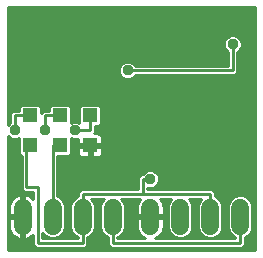
<source format=gbl>
G75*
%MOIN*%
%OFA0B0*%
%FSLAX25Y25*%
%IPPOS*%
%LPD*%
%AMOC8*
5,1,8,0,0,1.08239X$1,22.5*
%
%ADD10C,0.06000*%
%ADD11R,0.05000X0.05000*%
%ADD12C,0.01000*%
%ADD13C,0.03762*%
D10*
X0007894Y0018106D02*
X0007894Y0024106D01*
X0017894Y0024106D02*
X0017894Y0018106D01*
X0027894Y0018106D02*
X0027894Y0024106D01*
X0037894Y0024106D02*
X0037894Y0018106D01*
X0050394Y0018106D02*
X0050394Y0024106D01*
X0060394Y0024106D02*
X0060394Y0018106D01*
X0070394Y0018106D02*
X0070394Y0024106D01*
X0080394Y0024106D02*
X0080394Y0018106D01*
D11*
X0030394Y0044856D03*
X0020394Y0044856D03*
X0010394Y0044856D03*
X0010394Y0054856D03*
X0020394Y0054856D03*
X0030394Y0054856D03*
D12*
X0002944Y0048090D02*
X0002944Y0009906D01*
X0085344Y0009906D01*
X0085344Y0091017D01*
X0002944Y0091017D01*
X0002944Y0051622D01*
X0003705Y0052383D01*
X0003794Y0052420D01*
X0003794Y0055519D01*
X0004731Y0056456D01*
X0006794Y0056456D01*
X0006794Y0057812D01*
X0007438Y0058456D01*
X0013350Y0058456D01*
X0013994Y0057812D01*
X0013994Y0055719D01*
X0014731Y0056456D01*
X0016794Y0056456D01*
X0016794Y0057812D01*
X0017438Y0058456D01*
X0023350Y0058456D01*
X0023994Y0057812D01*
X0023994Y0052503D01*
X0024801Y0052837D01*
X0025987Y0052837D01*
X0026794Y0052503D01*
X0026794Y0057812D01*
X0027438Y0058456D01*
X0033350Y0058456D01*
X0033994Y0057812D01*
X0033994Y0051900D01*
X0033350Y0051256D01*
X0031994Y0051256D01*
X0031994Y0049193D01*
X0031657Y0048856D01*
X0033092Y0048856D01*
X0033473Y0048754D01*
X0033815Y0048556D01*
X0034094Y0048277D01*
X0034292Y0047935D01*
X0034394Y0047553D01*
X0034394Y0045356D01*
X0030894Y0045356D01*
X0030894Y0044356D01*
X0030894Y0040856D01*
X0033092Y0040856D01*
X0033473Y0040958D01*
X0033815Y0041156D01*
X0034094Y0041435D01*
X0034292Y0041777D01*
X0034394Y0042158D01*
X0034394Y0044356D01*
X0030894Y0044356D01*
X0029894Y0044356D01*
X0026394Y0044356D01*
X0026394Y0042158D01*
X0026496Y0041777D01*
X0026694Y0041435D01*
X0026973Y0041156D01*
X0027315Y0040958D01*
X0027697Y0040856D01*
X0029894Y0040856D01*
X0029894Y0044356D01*
X0029894Y0045356D01*
X0026394Y0045356D01*
X0026394Y0047043D01*
X0025987Y0046875D01*
X0024801Y0046875D01*
X0023994Y0047209D01*
X0023994Y0041900D01*
X0023350Y0041256D01*
X0019494Y0041256D01*
X0019494Y0027881D01*
X0020217Y0027582D01*
X0021370Y0026428D01*
X0021994Y0024921D01*
X0021994Y0017290D01*
X0021370Y0015783D01*
X0020217Y0014630D01*
X0018710Y0014006D01*
X0017079Y0014006D01*
X0015572Y0014630D01*
X0014494Y0015708D01*
X0014494Y0013956D01*
X0026294Y0013956D01*
X0026294Y0014331D01*
X0025572Y0014630D01*
X0024418Y0015783D01*
X0023794Y0017290D01*
X0023794Y0024921D01*
X0024418Y0026428D01*
X0025572Y0027582D01*
X0026294Y0027881D01*
X0026294Y0029269D01*
X0027231Y0030206D01*
X0046294Y0030206D01*
X0046294Y0034269D01*
X0047231Y0035206D01*
X0047830Y0035206D01*
X0047867Y0035295D01*
X0048705Y0036133D01*
X0049801Y0036587D01*
X0050987Y0036587D01*
X0052083Y0036133D01*
X0052921Y0035295D01*
X0053375Y0034199D01*
X0053375Y0033013D01*
X0052921Y0031917D01*
X0052083Y0031079D01*
X0050987Y0030625D01*
X0049801Y0030625D01*
X0049494Y0030752D01*
X0049494Y0030206D01*
X0071057Y0030206D01*
X0071994Y0029269D01*
X0071994Y0027881D01*
X0072717Y0027582D01*
X0073870Y0026428D01*
X0074494Y0024921D01*
X0074494Y0017290D01*
X0073870Y0015783D01*
X0072717Y0014630D01*
X0071210Y0014006D01*
X0069579Y0014006D01*
X0068072Y0014630D01*
X0066918Y0015783D01*
X0066294Y0017290D01*
X0066294Y0024921D01*
X0066918Y0026428D01*
X0067496Y0027006D01*
X0063292Y0027006D01*
X0063870Y0026428D01*
X0064494Y0024921D01*
X0064494Y0017290D01*
X0063870Y0015783D01*
X0062717Y0014630D01*
X0061210Y0014006D01*
X0059579Y0014006D01*
X0058072Y0014630D01*
X0056918Y0015783D01*
X0056294Y0017290D01*
X0056294Y0024921D01*
X0056918Y0026428D01*
X0057496Y0027006D01*
X0053849Y0027006D01*
X0054243Y0026464D01*
X0054564Y0025833D01*
X0054783Y0025160D01*
X0054894Y0024460D01*
X0054894Y0021606D01*
X0050894Y0021606D01*
X0050894Y0020606D01*
X0054894Y0020606D01*
X0054894Y0017752D01*
X0054783Y0017052D01*
X0054564Y0016378D01*
X0054243Y0015747D01*
X0053826Y0015174D01*
X0053326Y0014673D01*
X0052753Y0014257D01*
X0052161Y0013956D01*
X0078794Y0013956D01*
X0078794Y0014331D01*
X0078072Y0014630D01*
X0076918Y0015783D01*
X0076294Y0017290D01*
X0076294Y0024921D01*
X0076918Y0026428D01*
X0078072Y0027582D01*
X0079579Y0028206D01*
X0081210Y0028206D01*
X0082717Y0027582D01*
X0083870Y0026428D01*
X0084494Y0024921D01*
X0084494Y0017290D01*
X0083870Y0015783D01*
X0082717Y0014630D01*
X0081994Y0014331D01*
X0081994Y0011693D01*
X0081057Y0010756D01*
X0037231Y0010756D01*
X0036294Y0011693D01*
X0036294Y0014331D01*
X0035572Y0014630D01*
X0034418Y0015783D01*
X0033794Y0017290D01*
X0033794Y0024921D01*
X0034418Y0026428D01*
X0034996Y0027006D01*
X0030792Y0027006D01*
X0031370Y0026428D01*
X0031994Y0024921D01*
X0031994Y0017290D01*
X0031370Y0015783D01*
X0030217Y0014630D01*
X0029494Y0014331D01*
X0029494Y0011693D01*
X0028557Y0010756D01*
X0012231Y0010756D01*
X0011294Y0011693D01*
X0011294Y0015142D01*
X0010826Y0014673D01*
X0010253Y0014257D01*
X0009621Y0013936D01*
X0008948Y0013717D01*
X0008394Y0013629D01*
X0008394Y0020606D01*
X0007394Y0020606D01*
X0003394Y0020606D01*
X0003394Y0017752D01*
X0003505Y0017052D01*
X0003724Y0016378D01*
X0004045Y0015747D01*
X0004462Y0015174D01*
X0004963Y0014673D01*
X0005536Y0014257D01*
X0006167Y0013936D01*
X0006840Y0013717D01*
X0007394Y0013629D01*
X0007394Y0020606D01*
X0007394Y0021606D01*
X0007394Y0028583D01*
X0006840Y0028495D01*
X0006167Y0028276D01*
X0005536Y0027955D01*
X0004963Y0027538D01*
X0004462Y0027037D01*
X0004045Y0026464D01*
X0003724Y0025833D01*
X0003505Y0025160D01*
X0003394Y0024460D01*
X0003394Y0021606D01*
X0007394Y0021606D01*
X0008394Y0021606D01*
X0008394Y0028583D01*
X0008948Y0028495D01*
X0009621Y0028276D01*
X0010253Y0027955D01*
X0010826Y0027538D01*
X0011294Y0027070D01*
X0011294Y0029506D01*
X0008481Y0029506D01*
X0007544Y0030443D01*
X0007544Y0041256D01*
X0007438Y0041256D01*
X0006794Y0041900D01*
X0006794Y0047209D01*
X0005987Y0046875D01*
X0004801Y0046875D01*
X0003705Y0047329D01*
X0002944Y0048090D01*
X0002944Y0047540D02*
X0003494Y0047540D01*
X0002944Y0046542D02*
X0006794Y0046542D01*
X0006794Y0045543D02*
X0002944Y0045543D01*
X0002944Y0044545D02*
X0006794Y0044545D01*
X0006794Y0043546D02*
X0002944Y0043546D01*
X0002944Y0042548D02*
X0006794Y0042548D01*
X0007145Y0041549D02*
X0002944Y0041549D01*
X0002944Y0040551D02*
X0007544Y0040551D01*
X0007544Y0039552D02*
X0002944Y0039552D01*
X0002944Y0038554D02*
X0007544Y0038554D01*
X0007544Y0037555D02*
X0002944Y0037555D01*
X0002944Y0036557D02*
X0007544Y0036557D01*
X0007544Y0035558D02*
X0002944Y0035558D01*
X0002944Y0034560D02*
X0007544Y0034560D01*
X0007544Y0033561D02*
X0002944Y0033561D01*
X0002944Y0032563D02*
X0007544Y0032563D01*
X0007544Y0031564D02*
X0002944Y0031564D01*
X0002944Y0030566D02*
X0007544Y0030566D01*
X0008420Y0029567D02*
X0002944Y0029567D01*
X0002944Y0028569D02*
X0007305Y0028569D01*
X0007394Y0028569D02*
X0008394Y0028569D01*
X0008483Y0028569D02*
X0011294Y0028569D01*
X0011294Y0027570D02*
X0010782Y0027570D01*
X0008394Y0027570D02*
X0007394Y0027570D01*
X0007394Y0026572D02*
X0008394Y0026572D01*
X0008394Y0025573D02*
X0007394Y0025573D01*
X0007394Y0024575D02*
X0008394Y0024575D01*
X0008394Y0023576D02*
X0007394Y0023576D01*
X0007394Y0022578D02*
X0008394Y0022578D01*
X0007394Y0021579D02*
X0002944Y0021579D01*
X0002944Y0020581D02*
X0003394Y0020581D01*
X0003394Y0019582D02*
X0002944Y0019582D01*
X0002944Y0018584D02*
X0003394Y0018584D01*
X0003420Y0017585D02*
X0002944Y0017585D01*
X0002944Y0016587D02*
X0003656Y0016587D01*
X0004161Y0015588D02*
X0002944Y0015588D01*
X0002944Y0014590D02*
X0005078Y0014590D01*
X0007394Y0014590D02*
X0008394Y0014590D01*
X0008394Y0015588D02*
X0007394Y0015588D01*
X0007394Y0016587D02*
X0008394Y0016587D01*
X0008394Y0017585D02*
X0007394Y0017585D01*
X0007394Y0018584D02*
X0008394Y0018584D01*
X0008394Y0019582D02*
X0007394Y0019582D01*
X0007394Y0020581D02*
X0008394Y0020581D01*
X0003394Y0022578D02*
X0002944Y0022578D01*
X0002944Y0023576D02*
X0003394Y0023576D01*
X0003412Y0024575D02*
X0002944Y0024575D01*
X0002944Y0025573D02*
X0003639Y0025573D01*
X0004123Y0026572D02*
X0002944Y0026572D01*
X0002944Y0027570D02*
X0005006Y0027570D01*
X0009144Y0031106D02*
X0012894Y0031106D01*
X0012894Y0012356D01*
X0027894Y0012356D01*
X0027894Y0021106D01*
X0027894Y0028606D01*
X0047894Y0028606D01*
X0047894Y0033606D01*
X0050394Y0033606D01*
X0052568Y0031564D02*
X0085344Y0031564D01*
X0085344Y0030566D02*
X0049494Y0030566D01*
X0047894Y0028606D02*
X0070394Y0028606D01*
X0070394Y0021106D01*
X0066294Y0021579D02*
X0064494Y0021579D01*
X0064494Y0020581D02*
X0066294Y0020581D01*
X0066294Y0019582D02*
X0064494Y0019582D01*
X0064494Y0018584D02*
X0066294Y0018584D01*
X0066294Y0017585D02*
X0064494Y0017585D01*
X0064203Y0016587D02*
X0066586Y0016587D01*
X0067114Y0015588D02*
X0063674Y0015588D01*
X0062619Y0014590D02*
X0068170Y0014590D01*
X0072619Y0014590D02*
X0078170Y0014590D01*
X0077114Y0015588D02*
X0073674Y0015588D01*
X0074203Y0016587D02*
X0076586Y0016587D01*
X0076294Y0017585D02*
X0074494Y0017585D01*
X0074494Y0018584D02*
X0076294Y0018584D01*
X0076294Y0019582D02*
X0074494Y0019582D01*
X0074494Y0020581D02*
X0076294Y0020581D01*
X0076294Y0021579D02*
X0074494Y0021579D01*
X0074494Y0022578D02*
X0076294Y0022578D01*
X0076294Y0023576D02*
X0074494Y0023576D01*
X0074494Y0024575D02*
X0076294Y0024575D01*
X0076564Y0025573D02*
X0074224Y0025573D01*
X0073727Y0026572D02*
X0077062Y0026572D01*
X0078060Y0027570D02*
X0072728Y0027570D01*
X0071994Y0028569D02*
X0085344Y0028569D01*
X0085344Y0029567D02*
X0071696Y0029567D01*
X0067062Y0026572D02*
X0063727Y0026572D01*
X0064224Y0025573D02*
X0066564Y0025573D01*
X0066294Y0024575D02*
X0064494Y0024575D01*
X0064494Y0023576D02*
X0066294Y0023576D01*
X0066294Y0022578D02*
X0064494Y0022578D01*
X0057062Y0026572D02*
X0054165Y0026572D01*
X0054649Y0025573D02*
X0056564Y0025573D01*
X0056294Y0024575D02*
X0054876Y0024575D01*
X0054894Y0023576D02*
X0056294Y0023576D01*
X0056294Y0022578D02*
X0054894Y0022578D01*
X0056294Y0021579D02*
X0050894Y0021579D01*
X0049894Y0021579D02*
X0041994Y0021579D01*
X0041994Y0020581D02*
X0045894Y0020581D01*
X0045894Y0020606D02*
X0045894Y0017752D01*
X0046005Y0017052D01*
X0046224Y0016378D01*
X0046545Y0015747D01*
X0046962Y0015174D01*
X0047463Y0014673D01*
X0048036Y0014257D01*
X0048627Y0013956D01*
X0039494Y0013956D01*
X0039494Y0014331D01*
X0040217Y0014630D01*
X0041370Y0015783D01*
X0041994Y0017290D01*
X0041994Y0024921D01*
X0041370Y0026428D01*
X0040792Y0027006D01*
X0046939Y0027006D01*
X0046545Y0026464D01*
X0046224Y0025833D01*
X0046005Y0025160D01*
X0045894Y0024460D01*
X0045894Y0021606D01*
X0049894Y0021606D01*
X0049894Y0020606D01*
X0045894Y0020606D01*
X0045894Y0019582D02*
X0041994Y0019582D01*
X0041994Y0018584D02*
X0045894Y0018584D01*
X0045920Y0017585D02*
X0041994Y0017585D01*
X0041703Y0016587D02*
X0046156Y0016587D01*
X0046661Y0015588D02*
X0041174Y0015588D01*
X0040119Y0014590D02*
X0047578Y0014590D01*
X0053210Y0014590D02*
X0058170Y0014590D01*
X0057114Y0015588D02*
X0054127Y0015588D01*
X0054632Y0016587D02*
X0056586Y0016587D01*
X0056294Y0017585D02*
X0054868Y0017585D01*
X0054894Y0018584D02*
X0056294Y0018584D01*
X0056294Y0019582D02*
X0054894Y0019582D01*
X0054894Y0020581D02*
X0056294Y0020581D01*
X0045894Y0022578D02*
X0041994Y0022578D01*
X0041994Y0023576D02*
X0045894Y0023576D01*
X0045912Y0024575D02*
X0041994Y0024575D01*
X0041724Y0025573D02*
X0046139Y0025573D01*
X0046623Y0026572D02*
X0041227Y0026572D01*
X0046294Y0030566D02*
X0019494Y0030566D01*
X0019494Y0031564D02*
X0046294Y0031564D01*
X0046294Y0032563D02*
X0019494Y0032563D01*
X0019494Y0033561D02*
X0046294Y0033561D01*
X0046585Y0034560D02*
X0019494Y0034560D01*
X0019494Y0035558D02*
X0048131Y0035558D01*
X0049728Y0036557D02*
X0019494Y0036557D01*
X0019494Y0037555D02*
X0085344Y0037555D01*
X0085344Y0036557D02*
X0051060Y0036557D01*
X0052658Y0035558D02*
X0085344Y0035558D01*
X0085344Y0034560D02*
X0053226Y0034560D01*
X0053375Y0033561D02*
X0085344Y0033561D01*
X0085344Y0032563D02*
X0053189Y0032563D01*
X0041644Y0032356D02*
X0030394Y0032356D01*
X0030394Y0044856D01*
X0029894Y0044545D02*
X0023994Y0044545D01*
X0023994Y0045543D02*
X0026394Y0045543D01*
X0026394Y0046542D02*
X0023994Y0046542D01*
X0023994Y0043546D02*
X0026394Y0043546D01*
X0026394Y0042548D02*
X0023994Y0042548D01*
X0023643Y0041549D02*
X0026628Y0041549D01*
X0029894Y0041549D02*
X0030894Y0041549D01*
X0030894Y0042548D02*
X0029894Y0042548D01*
X0029894Y0043546D02*
X0030894Y0043546D01*
X0030894Y0044545D02*
X0085344Y0044545D01*
X0085344Y0045543D02*
X0034394Y0045543D01*
X0034394Y0046542D02*
X0085344Y0046542D01*
X0085344Y0047540D02*
X0034394Y0047540D01*
X0033832Y0048539D02*
X0085344Y0048539D01*
X0085344Y0049537D02*
X0031994Y0049537D01*
X0031994Y0050536D02*
X0085344Y0050536D01*
X0085344Y0051534D02*
X0033628Y0051534D01*
X0033994Y0052533D02*
X0085344Y0052533D01*
X0085344Y0053531D02*
X0033994Y0053531D01*
X0033994Y0054530D02*
X0085344Y0054530D01*
X0085344Y0055528D02*
X0033994Y0055528D01*
X0033994Y0056527D02*
X0085344Y0056527D01*
X0085344Y0057526D02*
X0033994Y0057526D01*
X0030394Y0054856D02*
X0030394Y0049856D01*
X0025394Y0049856D01*
X0024067Y0052533D02*
X0023994Y0052533D01*
X0023994Y0053531D02*
X0026794Y0053531D01*
X0026794Y0052533D02*
X0026721Y0052533D01*
X0026794Y0054530D02*
X0023994Y0054530D01*
X0023994Y0055528D02*
X0026794Y0055528D01*
X0026794Y0056527D02*
X0023994Y0056527D01*
X0023994Y0057526D02*
X0026794Y0057526D01*
X0020394Y0054856D02*
X0015394Y0054856D01*
X0015394Y0049856D01*
X0017894Y0044856D02*
X0017894Y0021106D01*
X0021994Y0021579D02*
X0023794Y0021579D01*
X0023794Y0020581D02*
X0021994Y0020581D01*
X0021994Y0019582D02*
X0023794Y0019582D01*
X0023794Y0018584D02*
X0021994Y0018584D01*
X0021994Y0017585D02*
X0023794Y0017585D01*
X0024086Y0016587D02*
X0021703Y0016587D01*
X0021174Y0015588D02*
X0024614Y0015588D01*
X0025670Y0014590D02*
X0020119Y0014590D01*
X0015670Y0014590D02*
X0014494Y0014590D01*
X0014494Y0015588D02*
X0014614Y0015588D01*
X0011294Y0014590D02*
X0010710Y0014590D01*
X0011294Y0013591D02*
X0002944Y0013591D01*
X0002944Y0012593D02*
X0011294Y0012593D01*
X0011393Y0011594D02*
X0002944Y0011594D01*
X0002944Y0010595D02*
X0085344Y0010595D01*
X0085344Y0011594D02*
X0081895Y0011594D01*
X0081994Y0012593D02*
X0085344Y0012593D01*
X0085344Y0013591D02*
X0081994Y0013591D01*
X0082619Y0014590D02*
X0085344Y0014590D01*
X0085344Y0015588D02*
X0083674Y0015588D01*
X0084203Y0016587D02*
X0085344Y0016587D01*
X0085344Y0017585D02*
X0084494Y0017585D01*
X0084494Y0018584D02*
X0085344Y0018584D01*
X0085344Y0019582D02*
X0084494Y0019582D01*
X0084494Y0020581D02*
X0085344Y0020581D01*
X0085344Y0021579D02*
X0084494Y0021579D01*
X0084494Y0022578D02*
X0085344Y0022578D01*
X0085344Y0023576D02*
X0084494Y0023576D01*
X0084494Y0024575D02*
X0085344Y0024575D01*
X0085344Y0025573D02*
X0084224Y0025573D01*
X0083727Y0026572D02*
X0085344Y0026572D01*
X0085344Y0027570D02*
X0082728Y0027570D01*
X0080394Y0021106D02*
X0080394Y0012356D01*
X0037894Y0012356D01*
X0037894Y0021106D01*
X0033794Y0021579D02*
X0031994Y0021579D01*
X0031994Y0020581D02*
X0033794Y0020581D01*
X0033794Y0019582D02*
X0031994Y0019582D01*
X0031994Y0018584D02*
X0033794Y0018584D01*
X0033794Y0017585D02*
X0031994Y0017585D01*
X0031703Y0016587D02*
X0034086Y0016587D01*
X0034614Y0015588D02*
X0031174Y0015588D01*
X0030119Y0014590D02*
X0035670Y0014590D01*
X0036294Y0013591D02*
X0029494Y0013591D01*
X0029494Y0012593D02*
X0036294Y0012593D01*
X0036393Y0011594D02*
X0029395Y0011594D01*
X0031994Y0022578D02*
X0033794Y0022578D01*
X0033794Y0023576D02*
X0031994Y0023576D01*
X0031994Y0024575D02*
X0033794Y0024575D01*
X0034064Y0025573D02*
X0031724Y0025573D01*
X0031227Y0026572D02*
X0034562Y0026572D01*
X0026593Y0029567D02*
X0019494Y0029567D01*
X0019494Y0028569D02*
X0026294Y0028569D01*
X0025560Y0027570D02*
X0020228Y0027570D01*
X0021227Y0026572D02*
X0024562Y0026572D01*
X0024064Y0025573D02*
X0021724Y0025573D01*
X0021994Y0024575D02*
X0023794Y0024575D01*
X0023794Y0023576D02*
X0021994Y0023576D01*
X0021994Y0022578D02*
X0023794Y0022578D01*
X0009144Y0031106D02*
X0009144Y0044856D01*
X0010394Y0044856D01*
X0005394Y0049856D02*
X0005394Y0054856D01*
X0010394Y0054856D01*
X0006794Y0056527D02*
X0002944Y0056527D01*
X0002944Y0055528D02*
X0003804Y0055528D01*
X0003794Y0054530D02*
X0002944Y0054530D01*
X0002944Y0053531D02*
X0003794Y0053531D01*
X0003794Y0052533D02*
X0002944Y0052533D01*
X0002944Y0057526D02*
X0006794Y0057526D01*
X0002944Y0058524D02*
X0085344Y0058524D01*
X0085344Y0059523D02*
X0002944Y0059523D01*
X0002944Y0060521D02*
X0085344Y0060521D01*
X0085344Y0061520D02*
X0002944Y0061520D01*
X0002944Y0062518D02*
X0085344Y0062518D01*
X0085344Y0063517D02*
X0002944Y0063517D01*
X0002944Y0064515D02*
X0085344Y0064515D01*
X0085344Y0065514D02*
X0002944Y0065514D01*
X0002944Y0066512D02*
X0085344Y0066512D01*
X0085344Y0067511D02*
X0044765Y0067511D01*
X0044583Y0067329D02*
X0045421Y0068167D01*
X0045458Y0068256D01*
X0078557Y0068256D01*
X0079494Y0069193D01*
X0079494Y0076042D01*
X0079583Y0076079D01*
X0080421Y0076917D01*
X0080875Y0078013D01*
X0080875Y0079199D01*
X0080421Y0080295D01*
X0079583Y0081133D01*
X0078487Y0081587D01*
X0077301Y0081587D01*
X0076205Y0081133D01*
X0075367Y0080295D01*
X0074913Y0079199D01*
X0074913Y0078013D01*
X0075367Y0076917D01*
X0076205Y0076079D01*
X0076294Y0076042D01*
X0076294Y0071456D01*
X0045458Y0071456D01*
X0045421Y0071545D01*
X0044583Y0072383D01*
X0043487Y0072837D01*
X0042301Y0072837D01*
X0041205Y0072383D01*
X0040367Y0071545D01*
X0039913Y0070449D01*
X0039913Y0069263D01*
X0040367Y0068167D01*
X0041205Y0067329D01*
X0042301Y0066875D01*
X0043487Y0066875D01*
X0044583Y0067329D01*
X0042894Y0069856D02*
X0077894Y0069856D01*
X0077894Y0078606D01*
X0075127Y0077496D02*
X0002944Y0077496D01*
X0002944Y0078494D02*
X0074913Y0078494D01*
X0075035Y0079493D02*
X0002944Y0079493D01*
X0002944Y0080491D02*
X0075564Y0080491D01*
X0077066Y0081490D02*
X0002944Y0081490D01*
X0002944Y0082488D02*
X0085344Y0082488D01*
X0085344Y0083487D02*
X0002944Y0083487D01*
X0002944Y0084485D02*
X0085344Y0084485D01*
X0085344Y0085484D02*
X0002944Y0085484D01*
X0002944Y0086482D02*
X0085344Y0086482D01*
X0085344Y0087481D02*
X0002944Y0087481D01*
X0002944Y0088479D02*
X0085344Y0088479D01*
X0085344Y0089478D02*
X0002944Y0089478D01*
X0002944Y0090476D02*
X0085344Y0090476D01*
X0085344Y0081490D02*
X0078722Y0081490D01*
X0080225Y0080491D02*
X0085344Y0080491D01*
X0085344Y0079493D02*
X0080753Y0079493D01*
X0080875Y0078494D02*
X0085344Y0078494D01*
X0085344Y0077496D02*
X0080661Y0077496D01*
X0080001Y0076497D02*
X0085344Y0076497D01*
X0085344Y0075499D02*
X0079494Y0075499D01*
X0079494Y0074500D02*
X0085344Y0074500D01*
X0085344Y0073502D02*
X0079494Y0073502D01*
X0079494Y0072503D02*
X0085344Y0072503D01*
X0085344Y0071505D02*
X0079494Y0071505D01*
X0079494Y0070506D02*
X0085344Y0070506D01*
X0085344Y0069508D02*
X0079494Y0069508D01*
X0078810Y0068509D02*
X0085344Y0068509D01*
X0076294Y0071505D02*
X0045438Y0071505D01*
X0044293Y0072503D02*
X0076294Y0072503D01*
X0076294Y0073502D02*
X0002944Y0073502D01*
X0002944Y0074500D02*
X0076294Y0074500D01*
X0076294Y0075499D02*
X0002944Y0075499D01*
X0002944Y0076497D02*
X0075787Y0076497D01*
X0041495Y0072503D02*
X0002944Y0072503D01*
X0002944Y0071505D02*
X0040350Y0071505D01*
X0039937Y0070506D02*
X0002944Y0070506D01*
X0002944Y0069508D02*
X0039913Y0069508D01*
X0040225Y0068509D02*
X0002944Y0068509D01*
X0002944Y0067511D02*
X0041023Y0067511D01*
X0016794Y0057526D02*
X0013994Y0057526D01*
X0013994Y0056527D02*
X0016794Y0056527D01*
X0017894Y0044856D02*
X0020394Y0044856D01*
X0019494Y0040551D02*
X0085344Y0040551D01*
X0085344Y0041549D02*
X0034160Y0041549D01*
X0034394Y0042548D02*
X0085344Y0042548D01*
X0085344Y0043546D02*
X0034394Y0043546D01*
X0019494Y0039552D02*
X0085344Y0039552D01*
X0085344Y0038554D02*
X0019494Y0038554D01*
D13*
X0015394Y0049856D03*
X0005394Y0049856D03*
X0025394Y0049856D03*
X0041644Y0032356D03*
X0050394Y0033606D03*
X0072894Y0046106D03*
X0051644Y0056106D03*
X0042894Y0069856D03*
X0011644Y0077356D03*
X0077894Y0078606D03*
M02*

</source>
